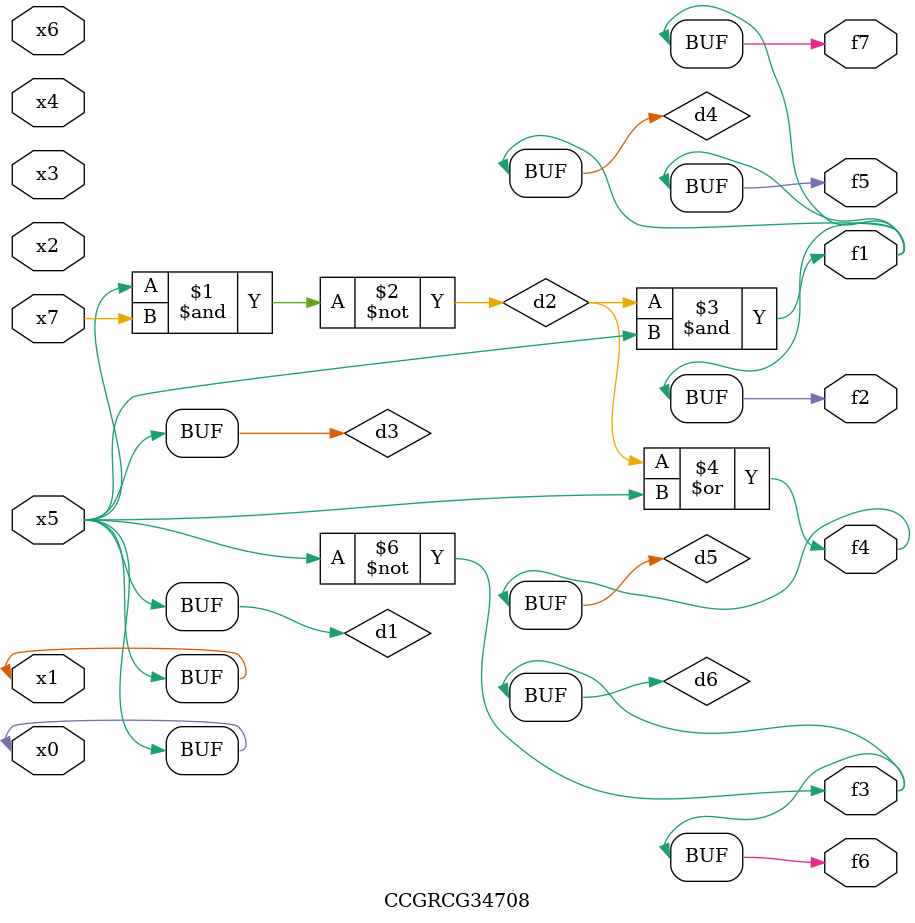
<source format=v>
module CCGRCG34708(
	input x0, x1, x2, x3, x4, x5, x6, x7,
	output f1, f2, f3, f4, f5, f6, f7
);

	wire d1, d2, d3, d4, d5, d6;

	buf (d1, x0, x5);
	nand (d2, x5, x7);
	buf (d3, x0, x1);
	and (d4, d2, d3);
	or (d5, d2, d3);
	nor (d6, d1, d3);
	assign f1 = d4;
	assign f2 = d4;
	assign f3 = d6;
	assign f4 = d5;
	assign f5 = d4;
	assign f6 = d6;
	assign f7 = d4;
endmodule

</source>
